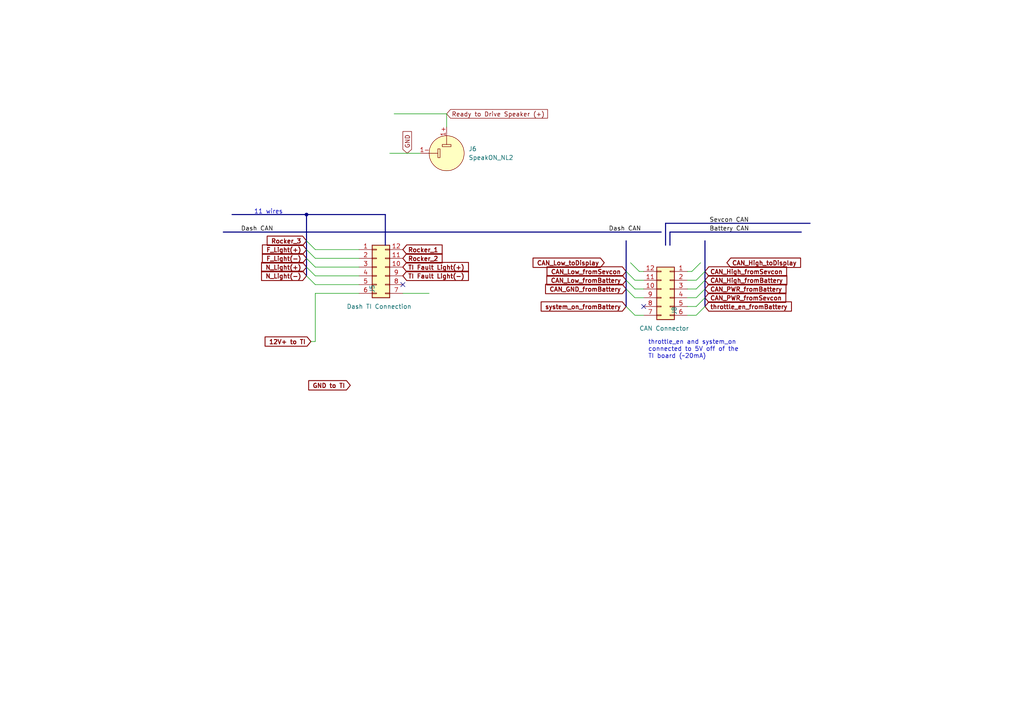
<source format=kicad_sch>
(kicad_sch (version 20230121) (generator eeschema)
  (paper "A4")
  (lib_symbols
    (symbol "Connector_Audio:SpeakON_NL2" (pin_names hide)
      (property "Reference" "J" (at 2.54 8.89 0))
      (property "Value" "SpeakON_NL2" (at 7.62 6.35 0))
      (symbol "SpeakON_NL2_0_1"
        (rectangle (start -2.54 1.27) (end -1.905 -1.27))
        (rectangle (start -1.27 2.54) (end 1.27 1.905))
        (polyline (pts (xy -5.08 0) (xy -2.54 0)))
        (polyline (pts (xy 0 5.08) (xy 0 2.54)))
        (circle (center 0 0) (radius 5.08) (fill (type background)))
        (pin passive line (at -7.62 0 0) (length 2.54) (name "1-") (number "1-"))
      )
      (symbol "SpeakON_NL2_1_1"
        (pin passive line (at 0 7.62 270) (length 2.54) (name "1+") (number "1+"))
      )
    )
    (symbol "Connector_Generic:Conn_02x06_Counter_Clockwise" (pin_names (offset 1.016) hide)
      (property "Reference" "J" (at 1.27 7.62 0))
      (property "Value" "Conn_02x06_Counter_Clockwise" (at 1.27 -10.16 0))
      (symbol "Conn_02x06_Counter_Clockwise_1_1"
        (rectangle (start -1.27 -7.493) (end 0 -7.747) (stroke (width 0.1524)))
        (rectangle (start -1.27 -4.953) (end 0 -5.207) (stroke (width 0.1524)))
        (rectangle (start -1.27 -2.413) (end 0 -2.667) (stroke (width 0.1524)))
        (rectangle (start -1.27 0.127) (end 0 -0.127) (stroke (width 0.1524)))
        (rectangle (start -1.27 2.667) (end 0 2.413) (stroke (width 0.1524)))
        (rectangle (start -1.27 5.207) (end 0 4.953) (stroke (width 0.1524)))
        (rectangle (start -1.27 6.35) (end 3.81 -8.89) (stroke (width 0.254)) (fill (type background)))
        (rectangle (start 3.81 -7.493) (end 2.54 -7.747) (stroke (width 0.1524)))
        (rectangle (start 3.81 -4.953) (end 2.54 -5.207) (stroke (width 0.1524)))
        (rectangle (start 3.81 -2.413) (end 2.54 -2.667) (stroke (width 0.1524)))
        (rectangle (start 3.81 0.127) (end 2.54 -0.127) (stroke (width 0.1524)))
        (rectangle (start 3.81 2.667) (end 2.54 2.413) (stroke (width 0.1524)))
        (rectangle (start 3.81 5.207) (end 2.54 4.953) (stroke (width 0.1524)))
        (pin passive line (at -5.08 5.08 0) (length 3.81) (name "Pin_1") (number "1"))
        (pin passive line (at 7.62 0 180) (length 3.81) (name "Pin_10") (number "10"))
        (pin passive line (at 7.62 2.54 180) (length 3.81) (name "Pin_11") (number "11"))
        (pin passive line (at 7.62 5.08 180) (length 3.81) (name "Pin_12") (number "12"))
        (pin passive line (at -5.08 2.54 0) (length 3.81) (name "Pin_2") (number "2"))
        (pin passive line (at -5.08 0 0) (length 3.81) (name "Pin_3") (number "3"))
        (pin passive line (at -5.08 -2.54 0) (length 3.81) (name "Pin_4") (number "4"))
        (pin passive line (at -5.08 -5.08 0) (length 3.81) (name "Pin_5") (number "5"))
        (pin passive line (at -5.08 -7.62 0) (length 3.81) (name "Pin_6") (number "6"))
        (pin passive line (at 7.62 -7.62 180) (length 3.81) (name "Pin_7") (number "7"))
        (pin passive line (at 7.62 -5.08 180) (length 3.81) (name "Pin_8") (number "8"))
        (pin passive line (at 7.62 -2.54 180) (length 3.81) (name "Pin_9") (number "9"))
      )
    )
  )
  (junction (at 88.9 62.23))
  (no_connect (at 186.69 88.9))
  (no_connect (at 116.84 82.55))
  (bus_entry (at 88.9 74.93) (size 2.54 2.54))
  (bus_entry (at 201.93 86.36) (size 2.54 -2.54))
  (bus_entry (at 88.9 69.85) (size 2.54 2.54))
  (bus_entry (at 88.9 77.47) (size 2.54 2.54))
  (bus_entry (at 185.42 78.74) (size -2.54 -2.54))
  (bus_entry (at 201.93 88.9) (size 2.54 -2.54))
  (bus_entry (at 201.93 81.28) (size 2.54 -2.54))
  (bus_entry (at 184.15 83.82) (size -2.54 -2.54))
  (bus_entry (at 88.9 72.39) (size 2.54 2.54))
  (bus_entry (at 200.66 78.74) (size 2.54 -2.54))
  (bus_entry (at 184.15 86.36) (size -2.54 -2.54))
  (bus_entry (at 184.15 81.28) (size -2.54 -2.54))
  (bus_entry (at 201.93 83.82) (size 2.54 -2.54))
  (bus_entry (at 201.93 91.44) (size 2.54 -2.54))
  (bus_entry (at 88.9 80.01) (size 2.54 2.54))
  (bus_entry (at 184.15 91.44) (size -2.54 -2.54))
  (wire (pts (xy 186.69 83.82) (xy 184.15 83.82)))
  (bus (pts (xy 88.9 74.93) (xy 88.9 77.47)))
  (bus (pts (xy 88.9 62.23) (xy 88.9 69.85)))
  (bus (pts (xy 181.61 83.82) (xy 181.61 88.9)))
  (bus (pts (xy 88.9 69.85) (xy 88.9 72.39)))
  (wire (pts (xy 129.54 36.83) (xy 129.54 33.02)))
  (bus (pts (xy 194.31 67.31) (xy 232.41 67.31)))
  (wire (pts (xy 199.39 83.82) (xy 201.93 83.82)))
  (wire (pts (xy 91.44 74.93) (xy 104.14 74.93)))
  (wire (pts (xy 199.39 91.44) (xy 201.93 91.44)))
  (bus (pts (xy 67.31 62.23) (xy 88.9 62.23)))
  (wire (pts (xy 113.03 44.45) (xy 121.92 44.45)))
  (bus (pts (xy 204.47 81.28) (xy 204.47 83.82)))
  (wire (pts (xy 199.39 86.36) (xy 201.93 86.36)))
  (wire (pts (xy 91.44 85.09) (xy 104.14 85.09)))
  (wire (pts (xy 186.69 91.44) (xy 184.15 91.44)))
  (bus (pts (xy 88.9 62.23) (xy 111.76 62.23)))
  (wire (pts (xy 199.39 88.9) (xy 201.93 88.9)))
  (bus (pts (xy 194.31 67.31) (xy 194.31 71.12)))
  (wire (pts (xy 91.44 80.01) (xy 104.14 80.01)))
  (wire (pts (xy 186.69 81.28) (xy 184.15 81.28)))
  (bus (pts (xy 204.47 86.36) (xy 204.47 88.9)))
  (wire (pts (xy 91.44 77.47) (xy 104.14 77.47)))
  (wire (pts (xy 91.44 72.39) (xy 104.14 72.39)))
  (wire (pts (xy 91.44 82.55) (xy 104.14 82.55)))
  (wire (pts (xy 124.46 85.09) (xy 116.84 85.09)))
  (bus (pts (xy 181.61 81.28) (xy 181.61 83.82)))
  (bus (pts (xy 88.9 77.47) (xy 88.9 80.01)))
  (bus (pts (xy 193.04 64.77) (xy 234.95 64.77)))
  (wire (pts (xy 90.17 99.06) (xy 91.44 99.06)))
  (wire (pts (xy 186.69 86.36) (xy 184.15 86.36)))
  (bus (pts (xy 193.04 64.77) (xy 193.04 71.12)))
  (wire (pts (xy 186.69 78.74) (xy 185.42 78.74)))
  (wire (pts (xy 199.39 78.74) (xy 200.66 78.74)))
  (bus (pts (xy 204.47 69.85) (xy 204.47 78.74)))
  (bus (pts (xy 111.76 62.23) (xy 111.76 71.12)))
  (wire (pts (xy 114.3 33.02) (xy 129.54 33.02)))
  (bus (pts (xy 204.47 78.74) (xy 204.47 81.28)))
  (wire (pts (xy 91.44 99.06) (xy 91.44 85.09)))
  (wire (pts (xy 199.39 81.28) (xy 201.93 81.28)))
  (bus (pts (xy 64.77 67.31) (xy 191.77 67.31)))
  (bus (pts (xy 88.9 72.39) (xy 88.9 74.93)))
  (bus (pts (xy 181.61 78.74) (xy 181.61 81.28)))
  (bus (pts (xy 204.47 83.82) (xy 204.47 86.36)))
  (bus (pts (xy 181.61 69.85) (xy 181.61 78.74)))
  (text "11 wires" (at 73.66 62.23 0) (effects (font (size 1.27 1.27)) (justify left bottom)))
  (text "throttle_en and system_on\nconnected to 5V off of the\nTI board (~20mA)" (at 187.96 104.14 0) (effects (font (size 1.27 1.27)) (justify left bottom)))
  (label "Dash CAN" (at 176.53 67.31 0))
  (label "Sevcon CAN" (at 205.74 64.77 0))
  (label "Battery CAN" (at 205.74 67.31 0))
  (label "Dash CAN" (at 69.85 67.31 0))
  (global_label "CAN_High_toDisplay" (shape input) (at 210.82 76.2 0) (effects (font (thickness 0.254) bold)) (property "Intersheetrefs" "${INTERSHEET_REFS}" (effects hide)))
  (global_label "GND" (shape input) (at 118.11 44.45 90) (property "Intersheetrefs" "${INTERSHEET_REFS}" (effects hide)))
  (global_label "N_Light(-)" (shape input) (at 88.9 80.01 180) (effects (font (thickness 0.254) bold)) (property "Intersheetrefs" "${INTERSHEET_REFS}" (effects hide)))
  (global_label "throttle_en_fromBattery" (shape input) (at 204.47 88.9 0) (effects (font (thickness 0.254) bold)) (property "Intersheetrefs" "${INTERSHEET_REFS}" (effects hide)))
  (global_label "Rocker_1" (shape input) (at 116.84 72.39 0) (effects (font (thickness 0.254) bold)) (property "Intersheetrefs" "${INTERSHEET_REFS}" (effects hide)))
  (global_label "CAN_Low_toDisplay" (shape input) (at 175.26 76.2 180) (effects (font (thickness 0.254) bold)) (property "Intersheetrefs" "${INTERSHEET_REFS}" (effects hide)))
  (global_label "CAN_PWR_fromBattery" (shape input) (at 204.47 83.82 0) (effects (font (thickness 0.254) bold)) (property "Intersheetrefs" "${INTERSHEET_REFS}" (effects hide)))
  (global_label "CAN_High_fromSevcon" (shape input) (at 204.47 78.74 0) (effects (font (thickness 0.254) bold)) (property "Intersheetrefs" "${INTERSHEET_REFS}" (effects hide)))
  (global_label "F_Light(+)" (shape input) (at 88.9 72.39 180) (effects (font (thickness 0.254) bold)) (property "Intersheetrefs" "${INTERSHEET_REFS}" (effects hide)))
  (global_label "TI Fault Light(+)" (shape input) (at 116.84 77.47 0) (effects (font (thickness 0.254) bold)) (property "Intersheetrefs" "${INTERSHEET_REFS}" (effects hide)))
  (global_label "CAN_Low_fromBattery" (shape input) (at 181.61 81.28 180) (effects (font (thickness 0.254) bold)) (property "Intersheetrefs" "${INTERSHEET_REFS}" (effects hide)))
  (global_label "12V+ to TI" (shape input) (at 90.17 99.06 180) (effects (font bold)) (property "Intersheetrefs" "${INTERSHEET_REFS}" (effects hide)))
  (global_label "GND to TI" (shape input) (at 101.6 111.76 180) (effects (font bold)) (property "Intersheetrefs" "${INTERSHEET_REFS}" (effects hide)))
  (global_label "TI Fault Light(-)" (shape input) (at 116.84 80.01 0) (effects (font (thickness 0.254) bold)) (property "Intersheetrefs" "${INTERSHEET_REFS}" (effects hide)))
  (global_label "Ready to Drive Speaker (+)" (shape input) (at 129.54 33.02 0) (property "Intersheetrefs" "${INTERSHEET_REFS}" (effects hide)))
  (global_label "CAN_Low_fromSevcon" (shape input) (at 181.61 78.74 180) (effects (font (thickness 0.254) bold)) (property "Intersheetrefs" "${INTERSHEET_REFS}" (effects hide)))
  (global_label "CAN_PWR_fromSevcon" (shape input) (at 204.47 86.36 0) (effects (font (thickness 0.254) bold)) (property "Intersheetrefs" "${INTERSHEET_REFS}" (effects hide)))
  (global_label "CAN_GND_fromBattery" (shape input) (at 181.61 83.82 180) (effects (font (thickness 0.254) bold)) (property "Intersheetrefs" "${INTERSHEET_REFS}" (effects hide)))
  (global_label "CAN_High_fromBattery" (shape input) (at 204.47 81.28 0) (effects (font (thickness 0.254) bold)) (property "Intersheetrefs" "${INTERSHEET_REFS}" (effects hide)))
  (global_label "N_Light(+)" (shape input) (at 88.9 77.47 180) (effects (font (thickness 0.254) bold)) (property "Intersheetrefs" "${INTERSHEET_REFS}" (effects hide)))
  (global_label "system_on_fromBattery" (shape input) (at 181.61 88.9 180) (effects (font (thickness 0.254) bold)) (property "Intersheetrefs" "${INTERSHEET_REFS}" (effects hide)))
  (global_label "F_Light(-)" (shape input) (at 88.9 74.93 180) (effects (font (thickness 0.254) bold)) (property "Intersheetrefs" "${INTERSHEET_REFS}" (effects hide)))
  (global_label "Rocker_2" (shape input) (at 116.84 74.93 0) (effects (font (thickness 0.254) bold)) (property "Intersheetrefs" "${INTERSHEET_REFS}" (effects hide)))
  (global_label "Rocker_3" (shape input) (at 88.9 69.85 180) (effects (font (thickness 0.254) bold)) (property "Intersheetrefs" "${INTERSHEET_REFS}" (effects hide)))
  (symbol (lib_id "Connector_Generic:Conn_02x06_Counter_Clockwise") (at 194.31 83.82 0) (mirror y) (unit 1)
    (property "Reference" "J8" (at 195.5801 88.9 90) (effects (justify right)))
    (property "Value" "CAN Connector" (at 185.42 95.25 0) (effects (justify right)))
    (instances (project "Car_TractiveSystem_v2" (path "" (reference "J8") (unit 1)) (path "" (reference "J4") (unit 1))))
  )
  (symbol (lib_id "Connector_Audio:SpeakON_NL2") (at 129.54 44.45 0) (unit 1)
    (property "Reference" "J6" (at 135.89 43.18 0) (effects (justify left)))
    (property "Value" "SpeakON_NL2" (at 135.89 45.72 0) (effects (justify left)))
    (property "Datasheet" "http://www.neutrik.com/en/speakon/" (effects hide))
  )
  (symbol (lib_id "Connector_Generic:Conn_02x06_Counter_Clockwise") (at 109.22 77.47 0) (unit 1)
    (property "Reference" "J5" (at 107.9499 82.55 90) (effects (justify right)))
    (property "Value" "Dash TI Connection" (at 119.38 88.9 0) (effects (justify right)))
    (instances (project "Car_TractiveSystem_v2" (path "" (reference "J5") (unit 1)) (path "" (reference "J3") (unit 1))))
  )
)
</source>
